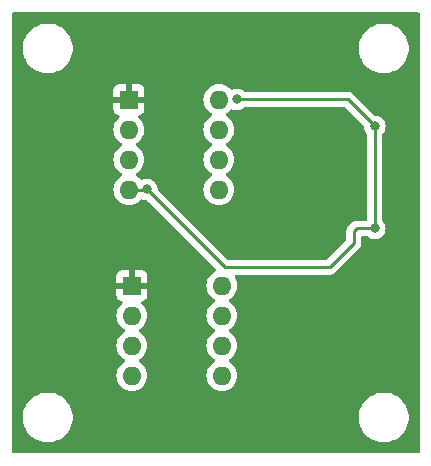
<source format=gbr>
%TF.GenerationSoftware,KiCad,Pcbnew,(6.0.1)*%
%TF.CreationDate,2022-06-16T19:17:59+05:45*%
%TF.ProjectId,Traffic Lights_555 timer,54726166-6669-4632-904c-69676874735f,rev?*%
%TF.SameCoordinates,Original*%
%TF.FileFunction,Copper,L2,Bot*%
%TF.FilePolarity,Positive*%
%FSLAX46Y46*%
G04 Gerber Fmt 4.6, Leading zero omitted, Abs format (unit mm)*
G04 Created by KiCad (PCBNEW (6.0.1)) date 2022-06-16 19:17:59*
%MOMM*%
%LPD*%
G01*
G04 APERTURE LIST*
%TA.AperFunction,ComponentPad*%
%ADD10R,1.600000X1.600000*%
%TD*%
%TA.AperFunction,ComponentPad*%
%ADD11O,1.600000X1.600000*%
%TD*%
%TA.AperFunction,ViaPad*%
%ADD12C,0.800000*%
%TD*%
%TA.AperFunction,Conductor*%
%ADD13C,0.250000*%
%TD*%
G04 APERTURE END LIST*
D10*
%TO.P,U2,1,GND*%
%TO.N,GND*%
X25918000Y-38872000D03*
D11*
%TO.P,U2,2,TR*%
%TO.N,Net-(C2-Pad2)*%
X25918000Y-41412000D03*
%TO.P,U2,3,Q*%
%TO.N,GREEN*%
X25918000Y-43952000D03*
%TO.P,U2,4,R*%
%TO.N,VCC*%
X25918000Y-46492000D03*
%TO.P,U2,5,CV*%
%TO.N,unconnected-(U2-Pad5)*%
X33538000Y-46492000D03*
%TO.P,U2,6,THR*%
%TO.N,Net-(C2-Pad2)*%
X33538000Y-43952000D03*
%TO.P,U2,7,DIS*%
%TO.N,YELLOW*%
X33538000Y-41412000D03*
%TO.P,U2,8,VCC*%
%TO.N,RED*%
X33538000Y-38872000D03*
%TD*%
D10*
%TO.P,U1,1,GND*%
%TO.N,GND*%
X25664000Y-23124000D03*
D11*
%TO.P,U1,2,TR*%
%TO.N,Net-(C1-Pad1)*%
X25664000Y-25664000D03*
%TO.P,U1,3,Q*%
%TO.N,RED*%
X25664000Y-28204000D03*
%TO.P,U1,4,R*%
%TO.N,VCC*%
X25664000Y-30744000D03*
%TO.P,U1,5,CV*%
%TO.N,unconnected-(U1-Pad5)*%
X33284000Y-30744000D03*
%TO.P,U1,6,THR*%
%TO.N,Net-(C1-Pad1)*%
X33284000Y-28204000D03*
%TO.P,U1,7,DIS*%
%TO.N,unconnected-(U1-Pad7)*%
X33284000Y-25664000D03*
%TO.P,U1,8,VCC*%
%TO.N,VCC*%
X33284000Y-23124000D03*
%TD*%
D12*
%TO.N,VCC*%
X27178000Y-30734000D03*
X46482000Y-34036000D03*
X46482000Y-25400000D03*
X34798000Y-23114000D03*
%TO.N,GND*%
X23876000Y-22098000D03*
X25908000Y-36322000D03*
X25908000Y-37338000D03*
X46482000Y-42672000D03*
%TD*%
D13*
%TO.N,VCC*%
X44958000Y-34036000D02*
X46482000Y-34036000D01*
X44704000Y-34290000D02*
X44958000Y-34036000D01*
X44704000Y-35306000D02*
X44704000Y-34290000D01*
X33782000Y-37338000D02*
X42672000Y-37338000D01*
X42672000Y-37338000D02*
X44704000Y-35306000D01*
X27178000Y-30734000D02*
X33782000Y-37338000D01*
X27168000Y-30744000D02*
X27178000Y-30734000D01*
X25664000Y-30744000D02*
X27168000Y-30744000D01*
X44196000Y-23114000D02*
X34798000Y-23114000D01*
X46482000Y-25400000D02*
X44196000Y-23114000D01*
X46482000Y-25400000D02*
X46482000Y-34036000D01*
%TD*%
%TA.AperFunction,Conductor*%
%TO.N,GND*%
G36*
X50234121Y-15768002D02*
G01*
X50280614Y-15821658D01*
X50292000Y-15874000D01*
X50292000Y-52960000D01*
X50271998Y-53028121D01*
X50218342Y-53074614D01*
X50166000Y-53086000D01*
X15874000Y-53086000D01*
X15805879Y-53065998D01*
X15759386Y-53012342D01*
X15748000Y-52960000D01*
X15748000Y-50170703D01*
X16686743Y-50170703D01*
X16724268Y-50455734D01*
X16800129Y-50733036D01*
X16912923Y-50997476D01*
X17060561Y-51244161D01*
X17240313Y-51468528D01*
X17448851Y-51666423D01*
X17682317Y-51834186D01*
X17686112Y-51836195D01*
X17686113Y-51836196D01*
X17707869Y-51847715D01*
X17936392Y-51968712D01*
X18206373Y-52067511D01*
X18487264Y-52128755D01*
X18515841Y-52131004D01*
X18710282Y-52146307D01*
X18710291Y-52146307D01*
X18712739Y-52146500D01*
X18868271Y-52146500D01*
X18870407Y-52146354D01*
X18870418Y-52146354D01*
X19078548Y-52132165D01*
X19078554Y-52132164D01*
X19082825Y-52131873D01*
X19087020Y-52131004D01*
X19087022Y-52131004D01*
X19223583Y-52102724D01*
X19364342Y-52073574D01*
X19635343Y-51977607D01*
X19890812Y-51845750D01*
X19894313Y-51843289D01*
X19894317Y-51843287D01*
X20008417Y-51763096D01*
X20126023Y-51680441D01*
X20336622Y-51484740D01*
X20518713Y-51262268D01*
X20668927Y-51017142D01*
X20784483Y-50753898D01*
X20863244Y-50477406D01*
X20903751Y-50192784D01*
X20903845Y-50174951D01*
X20903867Y-50170703D01*
X45134743Y-50170703D01*
X45172268Y-50455734D01*
X45248129Y-50733036D01*
X45360923Y-50997476D01*
X45508561Y-51244161D01*
X45688313Y-51468528D01*
X45896851Y-51666423D01*
X46130317Y-51834186D01*
X46134112Y-51836195D01*
X46134113Y-51836196D01*
X46155869Y-51847715D01*
X46384392Y-51968712D01*
X46654373Y-52067511D01*
X46935264Y-52128755D01*
X46963841Y-52131004D01*
X47158282Y-52146307D01*
X47158291Y-52146307D01*
X47160739Y-52146500D01*
X47316271Y-52146500D01*
X47318407Y-52146354D01*
X47318418Y-52146354D01*
X47526548Y-52132165D01*
X47526554Y-52132164D01*
X47530825Y-52131873D01*
X47535020Y-52131004D01*
X47535022Y-52131004D01*
X47671583Y-52102724D01*
X47812342Y-52073574D01*
X48083343Y-51977607D01*
X48338812Y-51845750D01*
X48342313Y-51843289D01*
X48342317Y-51843287D01*
X48456417Y-51763096D01*
X48574023Y-51680441D01*
X48784622Y-51484740D01*
X48966713Y-51262268D01*
X49116927Y-51017142D01*
X49232483Y-50753898D01*
X49311244Y-50477406D01*
X49351751Y-50192784D01*
X49351845Y-50174951D01*
X49353235Y-49909583D01*
X49353235Y-49909576D01*
X49353257Y-49905297D01*
X49315732Y-49620266D01*
X49239871Y-49342964D01*
X49127077Y-49078524D01*
X48979439Y-48831839D01*
X48799687Y-48607472D01*
X48591149Y-48409577D01*
X48357683Y-48241814D01*
X48335843Y-48230250D01*
X48312654Y-48217972D01*
X48103608Y-48107288D01*
X47833627Y-48008489D01*
X47552736Y-47947245D01*
X47521685Y-47944801D01*
X47329718Y-47929693D01*
X47329709Y-47929693D01*
X47327261Y-47929500D01*
X47171729Y-47929500D01*
X47169593Y-47929646D01*
X47169582Y-47929646D01*
X46961452Y-47943835D01*
X46961446Y-47943836D01*
X46957175Y-47944127D01*
X46952980Y-47944996D01*
X46952978Y-47944996D01*
X46816416Y-47973277D01*
X46675658Y-48002426D01*
X46404657Y-48098393D01*
X46149188Y-48230250D01*
X46145687Y-48232711D01*
X46145683Y-48232713D01*
X46135594Y-48239804D01*
X45913977Y-48395559D01*
X45703378Y-48591260D01*
X45521287Y-48813732D01*
X45371073Y-49058858D01*
X45255517Y-49322102D01*
X45176756Y-49598594D01*
X45136249Y-49883216D01*
X45136227Y-49887505D01*
X45136226Y-49887512D01*
X45134765Y-50166417D01*
X45134743Y-50170703D01*
X20903867Y-50170703D01*
X20905235Y-49909583D01*
X20905235Y-49909576D01*
X20905257Y-49905297D01*
X20867732Y-49620266D01*
X20791871Y-49342964D01*
X20679077Y-49078524D01*
X20531439Y-48831839D01*
X20351687Y-48607472D01*
X20143149Y-48409577D01*
X19909683Y-48241814D01*
X19887843Y-48230250D01*
X19864654Y-48217972D01*
X19655608Y-48107288D01*
X19385627Y-48008489D01*
X19104736Y-47947245D01*
X19073685Y-47944801D01*
X18881718Y-47929693D01*
X18881709Y-47929693D01*
X18879261Y-47929500D01*
X18723729Y-47929500D01*
X18721593Y-47929646D01*
X18721582Y-47929646D01*
X18513452Y-47943835D01*
X18513446Y-47943836D01*
X18509175Y-47944127D01*
X18504980Y-47944996D01*
X18504978Y-47944996D01*
X18368417Y-47973276D01*
X18227658Y-48002426D01*
X17956657Y-48098393D01*
X17701188Y-48230250D01*
X17697687Y-48232711D01*
X17697683Y-48232713D01*
X17687594Y-48239804D01*
X17465977Y-48395559D01*
X17255378Y-48591260D01*
X17073287Y-48813732D01*
X16923073Y-49058858D01*
X16807517Y-49322102D01*
X16728756Y-49598594D01*
X16688249Y-49883216D01*
X16688227Y-49887505D01*
X16688226Y-49887512D01*
X16686765Y-50166417D01*
X16686743Y-50170703D01*
X15748000Y-50170703D01*
X15748000Y-46492000D01*
X24604502Y-46492000D01*
X24624457Y-46720087D01*
X24683716Y-46941243D01*
X24686039Y-46946224D01*
X24686039Y-46946225D01*
X24778151Y-47143762D01*
X24778154Y-47143767D01*
X24780477Y-47148749D01*
X24911802Y-47336300D01*
X25073700Y-47498198D01*
X25078208Y-47501355D01*
X25078211Y-47501357D01*
X25156389Y-47556098D01*
X25261251Y-47629523D01*
X25266233Y-47631846D01*
X25266238Y-47631849D01*
X25463775Y-47723961D01*
X25468757Y-47726284D01*
X25474065Y-47727706D01*
X25474067Y-47727707D01*
X25684598Y-47784119D01*
X25684600Y-47784119D01*
X25689913Y-47785543D01*
X25918000Y-47805498D01*
X26146087Y-47785543D01*
X26151400Y-47784119D01*
X26151402Y-47784119D01*
X26361933Y-47727707D01*
X26361935Y-47727706D01*
X26367243Y-47726284D01*
X26372225Y-47723961D01*
X26569762Y-47631849D01*
X26569767Y-47631846D01*
X26574749Y-47629523D01*
X26679611Y-47556098D01*
X26757789Y-47501357D01*
X26757792Y-47501355D01*
X26762300Y-47498198D01*
X26924198Y-47336300D01*
X27055523Y-47148749D01*
X27057846Y-47143767D01*
X27057849Y-47143762D01*
X27149961Y-46946225D01*
X27149961Y-46946224D01*
X27152284Y-46941243D01*
X27211543Y-46720087D01*
X27231498Y-46492000D01*
X27211543Y-46263913D01*
X27152284Y-46042757D01*
X27149961Y-46037775D01*
X27057849Y-45840238D01*
X27057846Y-45840233D01*
X27055523Y-45835251D01*
X26924198Y-45647700D01*
X26762300Y-45485802D01*
X26757792Y-45482645D01*
X26757789Y-45482643D01*
X26679611Y-45427902D01*
X26574749Y-45354477D01*
X26569767Y-45352154D01*
X26569762Y-45352151D01*
X26535543Y-45336195D01*
X26482258Y-45289278D01*
X26462797Y-45221001D01*
X26483339Y-45153041D01*
X26535543Y-45107805D01*
X26569762Y-45091849D01*
X26569767Y-45091846D01*
X26574749Y-45089523D01*
X26679611Y-45016098D01*
X26757789Y-44961357D01*
X26757792Y-44961355D01*
X26762300Y-44958198D01*
X26924198Y-44796300D01*
X27055523Y-44608749D01*
X27057846Y-44603767D01*
X27057849Y-44603762D01*
X27149961Y-44406225D01*
X27149961Y-44406224D01*
X27152284Y-44401243D01*
X27211543Y-44180087D01*
X27231498Y-43952000D01*
X27211543Y-43723913D01*
X27152284Y-43502757D01*
X27149961Y-43497775D01*
X27057849Y-43300238D01*
X27057846Y-43300233D01*
X27055523Y-43295251D01*
X26924198Y-43107700D01*
X26762300Y-42945802D01*
X26757792Y-42942645D01*
X26757789Y-42942643D01*
X26679611Y-42887902D01*
X26574749Y-42814477D01*
X26569767Y-42812154D01*
X26569762Y-42812151D01*
X26535543Y-42796195D01*
X26482258Y-42749278D01*
X26462797Y-42681001D01*
X26483339Y-42613041D01*
X26535543Y-42567805D01*
X26569762Y-42551849D01*
X26569767Y-42551846D01*
X26574749Y-42549523D01*
X26679611Y-42476098D01*
X26757789Y-42421357D01*
X26757792Y-42421355D01*
X26762300Y-42418198D01*
X26924198Y-42256300D01*
X27055523Y-42068749D01*
X27057846Y-42063767D01*
X27057849Y-42063762D01*
X27149961Y-41866225D01*
X27149961Y-41866224D01*
X27152284Y-41861243D01*
X27211543Y-41640087D01*
X27231498Y-41412000D01*
X27211543Y-41183913D01*
X27152284Y-40962757D01*
X27149961Y-40957775D01*
X27057849Y-40760238D01*
X27057846Y-40760233D01*
X27055523Y-40755251D01*
X26924198Y-40567700D01*
X26762300Y-40405802D01*
X26757789Y-40402643D01*
X26753576Y-40399108D01*
X26754388Y-40398140D01*
X26713910Y-40347506D01*
X26706596Y-40276887D01*
X26738624Y-40213524D01*
X26799823Y-40177536D01*
X26816901Y-40174480D01*
X26820352Y-40174105D01*
X26835604Y-40170479D01*
X26956054Y-40125324D01*
X26971649Y-40116786D01*
X27073724Y-40040285D01*
X27086285Y-40027724D01*
X27162786Y-39925649D01*
X27171324Y-39910054D01*
X27216478Y-39789606D01*
X27220105Y-39774351D01*
X27225631Y-39723486D01*
X27226000Y-39716672D01*
X27226000Y-39144115D01*
X27221525Y-39128876D01*
X27220135Y-39127671D01*
X27212452Y-39126000D01*
X24628116Y-39126000D01*
X24612877Y-39130475D01*
X24611672Y-39131865D01*
X24610001Y-39139548D01*
X24610001Y-39716669D01*
X24610371Y-39723490D01*
X24615895Y-39774352D01*
X24619521Y-39789604D01*
X24664676Y-39910054D01*
X24673214Y-39925649D01*
X24749715Y-40027724D01*
X24762276Y-40040285D01*
X24864351Y-40116786D01*
X24879946Y-40125324D01*
X25000394Y-40170478D01*
X25015643Y-40174104D01*
X25019096Y-40174479D01*
X25021606Y-40175522D01*
X25023331Y-40175932D01*
X25023265Y-40176211D01*
X25084659Y-40201719D01*
X25125088Y-40260080D01*
X25127546Y-40331034D01*
X25091253Y-40392054D01*
X25079760Y-40401344D01*
X25078214Y-40402641D01*
X25073700Y-40405802D01*
X24911802Y-40567700D01*
X24780477Y-40755251D01*
X24778154Y-40760233D01*
X24778151Y-40760238D01*
X24686039Y-40957775D01*
X24683716Y-40962757D01*
X24624457Y-41183913D01*
X24604502Y-41412000D01*
X24624457Y-41640087D01*
X24683716Y-41861243D01*
X24686039Y-41866224D01*
X24686039Y-41866225D01*
X24778151Y-42063762D01*
X24778154Y-42063767D01*
X24780477Y-42068749D01*
X24911802Y-42256300D01*
X25073700Y-42418198D01*
X25078208Y-42421355D01*
X25078211Y-42421357D01*
X25156389Y-42476098D01*
X25261251Y-42549523D01*
X25266233Y-42551846D01*
X25266238Y-42551849D01*
X25300457Y-42567805D01*
X25353742Y-42614722D01*
X25373203Y-42682999D01*
X25352661Y-42750959D01*
X25300457Y-42796195D01*
X25266238Y-42812151D01*
X25266233Y-42812154D01*
X25261251Y-42814477D01*
X25156389Y-42887902D01*
X25078211Y-42942643D01*
X25078208Y-42942645D01*
X25073700Y-42945802D01*
X24911802Y-43107700D01*
X24780477Y-43295251D01*
X24778154Y-43300233D01*
X24778151Y-43300238D01*
X24686039Y-43497775D01*
X24683716Y-43502757D01*
X24624457Y-43723913D01*
X24604502Y-43952000D01*
X24624457Y-44180087D01*
X24683716Y-44401243D01*
X24686039Y-44406224D01*
X24686039Y-44406225D01*
X24778151Y-44603762D01*
X24778154Y-44603767D01*
X24780477Y-44608749D01*
X24911802Y-44796300D01*
X25073700Y-44958198D01*
X25078208Y-44961355D01*
X25078211Y-44961357D01*
X25156389Y-45016098D01*
X25261251Y-45089523D01*
X25266233Y-45091846D01*
X25266238Y-45091849D01*
X25300457Y-45107805D01*
X25353742Y-45154722D01*
X25373203Y-45222999D01*
X25352661Y-45290959D01*
X25300457Y-45336195D01*
X25266238Y-45352151D01*
X25266233Y-45352154D01*
X25261251Y-45354477D01*
X25156389Y-45427902D01*
X25078211Y-45482643D01*
X25078208Y-45482645D01*
X25073700Y-45485802D01*
X24911802Y-45647700D01*
X24780477Y-45835251D01*
X24778154Y-45840233D01*
X24778151Y-45840238D01*
X24686039Y-46037775D01*
X24683716Y-46042757D01*
X24624457Y-46263913D01*
X24604502Y-46492000D01*
X15748000Y-46492000D01*
X15748000Y-38599885D01*
X24610000Y-38599885D01*
X24614475Y-38615124D01*
X24615865Y-38616329D01*
X24623548Y-38618000D01*
X25645885Y-38618000D01*
X25661124Y-38613525D01*
X25662329Y-38612135D01*
X25664000Y-38604452D01*
X25664000Y-38599885D01*
X26172000Y-38599885D01*
X26176475Y-38615124D01*
X26177865Y-38616329D01*
X26185548Y-38618000D01*
X27207884Y-38618000D01*
X27223123Y-38613525D01*
X27224328Y-38612135D01*
X27225999Y-38604452D01*
X27225999Y-38027331D01*
X27225629Y-38020510D01*
X27220105Y-37969648D01*
X27216479Y-37954396D01*
X27171324Y-37833946D01*
X27162786Y-37818351D01*
X27086285Y-37716276D01*
X27073724Y-37703715D01*
X26971649Y-37627214D01*
X26956054Y-37618676D01*
X26835606Y-37573522D01*
X26820351Y-37569895D01*
X26769486Y-37564369D01*
X26762672Y-37564000D01*
X26190115Y-37564000D01*
X26174876Y-37568475D01*
X26173671Y-37569865D01*
X26172000Y-37577548D01*
X26172000Y-38599885D01*
X25664000Y-38599885D01*
X25664000Y-37582116D01*
X25659525Y-37566877D01*
X25658135Y-37565672D01*
X25650452Y-37564001D01*
X25073331Y-37564001D01*
X25066510Y-37564371D01*
X25015648Y-37569895D01*
X25000396Y-37573521D01*
X24879946Y-37618676D01*
X24864351Y-37627214D01*
X24762276Y-37703715D01*
X24749715Y-37716276D01*
X24673214Y-37818351D01*
X24664676Y-37833946D01*
X24619522Y-37954394D01*
X24615895Y-37969649D01*
X24610369Y-38020514D01*
X24610000Y-38027328D01*
X24610000Y-38599885D01*
X15748000Y-38599885D01*
X15748000Y-30744000D01*
X24350502Y-30744000D01*
X24370457Y-30972087D01*
X24429716Y-31193243D01*
X24432039Y-31198224D01*
X24432039Y-31198225D01*
X24524151Y-31395762D01*
X24524154Y-31395767D01*
X24526477Y-31400749D01*
X24657802Y-31588300D01*
X24819700Y-31750198D01*
X24824208Y-31753355D01*
X24824211Y-31753357D01*
X24902389Y-31808098D01*
X25007251Y-31881523D01*
X25012233Y-31883846D01*
X25012238Y-31883849D01*
X25209775Y-31975961D01*
X25214757Y-31978284D01*
X25220065Y-31979706D01*
X25220067Y-31979707D01*
X25430598Y-32036119D01*
X25430600Y-32036119D01*
X25435913Y-32037543D01*
X25664000Y-32057498D01*
X25892087Y-32037543D01*
X25897400Y-32036119D01*
X25897402Y-32036119D01*
X26107933Y-31979707D01*
X26107935Y-31979706D01*
X26113243Y-31978284D01*
X26118225Y-31975961D01*
X26315762Y-31883849D01*
X26315767Y-31883846D01*
X26320749Y-31881523D01*
X26425611Y-31808098D01*
X26503789Y-31753357D01*
X26503792Y-31753355D01*
X26508300Y-31750198D01*
X26668409Y-31590089D01*
X26730721Y-31556063D01*
X26801536Y-31561128D01*
X26808738Y-31564071D01*
X26895712Y-31602794D01*
X26989113Y-31622647D01*
X27076056Y-31641128D01*
X27076061Y-31641128D01*
X27082513Y-31642500D01*
X27138406Y-31642500D01*
X27206527Y-31662502D01*
X27227501Y-31679405D01*
X33027705Y-37479609D01*
X33061731Y-37541921D01*
X33056666Y-37612736D01*
X33014119Y-37669572D01*
X32991860Y-37682899D01*
X32886238Y-37732151D01*
X32886233Y-37732154D01*
X32881251Y-37734477D01*
X32782716Y-37803472D01*
X32698211Y-37862643D01*
X32698208Y-37862645D01*
X32693700Y-37865802D01*
X32531802Y-38027700D01*
X32400477Y-38215251D01*
X32398154Y-38220233D01*
X32398151Y-38220238D01*
X32306039Y-38417775D01*
X32303716Y-38422757D01*
X32302294Y-38428065D01*
X32302293Y-38428067D01*
X32252972Y-38612135D01*
X32244457Y-38643913D01*
X32224502Y-38872000D01*
X32244457Y-39100087D01*
X32245881Y-39105400D01*
X32245881Y-39105402D01*
X32255031Y-39139548D01*
X32303716Y-39321243D01*
X32306039Y-39326224D01*
X32306039Y-39326225D01*
X32398151Y-39523762D01*
X32398154Y-39523767D01*
X32400477Y-39528749D01*
X32531802Y-39716300D01*
X32693700Y-39878198D01*
X32698208Y-39881355D01*
X32698211Y-39881357D01*
X32739195Y-39910054D01*
X32881251Y-40009523D01*
X32886233Y-40011846D01*
X32886238Y-40011849D01*
X32920457Y-40027805D01*
X32973742Y-40074722D01*
X32993203Y-40142999D01*
X32972661Y-40210959D01*
X32920457Y-40256195D01*
X32886238Y-40272151D01*
X32886233Y-40272154D01*
X32881251Y-40274477D01*
X32776955Y-40347506D01*
X32698211Y-40402643D01*
X32698208Y-40402645D01*
X32693700Y-40405802D01*
X32531802Y-40567700D01*
X32400477Y-40755251D01*
X32398154Y-40760233D01*
X32398151Y-40760238D01*
X32306039Y-40957775D01*
X32303716Y-40962757D01*
X32244457Y-41183913D01*
X32224502Y-41412000D01*
X32244457Y-41640087D01*
X32303716Y-41861243D01*
X32306039Y-41866224D01*
X32306039Y-41866225D01*
X32398151Y-42063762D01*
X32398154Y-42063767D01*
X32400477Y-42068749D01*
X32531802Y-42256300D01*
X32693700Y-42418198D01*
X32698208Y-42421355D01*
X32698211Y-42421357D01*
X32776389Y-42476098D01*
X32881251Y-42549523D01*
X32886233Y-42551846D01*
X32886238Y-42551849D01*
X32920457Y-42567805D01*
X32973742Y-42614722D01*
X32993203Y-42682999D01*
X32972661Y-42750959D01*
X32920457Y-42796195D01*
X32886238Y-42812151D01*
X32886233Y-42812154D01*
X32881251Y-42814477D01*
X32776389Y-42887902D01*
X32698211Y-42942643D01*
X32698208Y-42942645D01*
X32693700Y-42945802D01*
X32531802Y-43107700D01*
X32400477Y-43295251D01*
X32398154Y-43300233D01*
X32398151Y-43300238D01*
X32306039Y-43497775D01*
X32303716Y-43502757D01*
X32244457Y-43723913D01*
X32224502Y-43952000D01*
X32244457Y-44180087D01*
X32303716Y-44401243D01*
X32306039Y-44406224D01*
X32306039Y-44406225D01*
X32398151Y-44603762D01*
X32398154Y-44603767D01*
X32400477Y-44608749D01*
X32531802Y-44796300D01*
X32693700Y-44958198D01*
X32698208Y-44961355D01*
X32698211Y-44961357D01*
X32776389Y-45016098D01*
X32881251Y-45089523D01*
X32886233Y-45091846D01*
X32886238Y-45091849D01*
X32920457Y-45107805D01*
X32973742Y-45154722D01*
X32993203Y-45222999D01*
X32972661Y-45290959D01*
X32920457Y-45336195D01*
X32886238Y-45352151D01*
X32886233Y-45352154D01*
X32881251Y-45354477D01*
X32776389Y-45427902D01*
X32698211Y-45482643D01*
X32698208Y-45482645D01*
X32693700Y-45485802D01*
X32531802Y-45647700D01*
X32400477Y-45835251D01*
X32398154Y-45840233D01*
X32398151Y-45840238D01*
X32306039Y-46037775D01*
X32303716Y-46042757D01*
X32244457Y-46263913D01*
X32224502Y-46492000D01*
X32244457Y-46720087D01*
X32303716Y-46941243D01*
X32306039Y-46946224D01*
X32306039Y-46946225D01*
X32398151Y-47143762D01*
X32398154Y-47143767D01*
X32400477Y-47148749D01*
X32531802Y-47336300D01*
X32693700Y-47498198D01*
X32698208Y-47501355D01*
X32698211Y-47501357D01*
X32776389Y-47556098D01*
X32881251Y-47629523D01*
X32886233Y-47631846D01*
X32886238Y-47631849D01*
X33083775Y-47723961D01*
X33088757Y-47726284D01*
X33094065Y-47727706D01*
X33094067Y-47727707D01*
X33304598Y-47784119D01*
X33304600Y-47784119D01*
X33309913Y-47785543D01*
X33538000Y-47805498D01*
X33766087Y-47785543D01*
X33771400Y-47784119D01*
X33771402Y-47784119D01*
X33981933Y-47727707D01*
X33981935Y-47727706D01*
X33987243Y-47726284D01*
X33992225Y-47723961D01*
X34189762Y-47631849D01*
X34189767Y-47631846D01*
X34194749Y-47629523D01*
X34299611Y-47556098D01*
X34377789Y-47501357D01*
X34377792Y-47501355D01*
X34382300Y-47498198D01*
X34544198Y-47336300D01*
X34675523Y-47148749D01*
X34677846Y-47143767D01*
X34677849Y-47143762D01*
X34769961Y-46946225D01*
X34769961Y-46946224D01*
X34772284Y-46941243D01*
X34831543Y-46720087D01*
X34851498Y-46492000D01*
X34831543Y-46263913D01*
X34772284Y-46042757D01*
X34769961Y-46037775D01*
X34677849Y-45840238D01*
X34677846Y-45840233D01*
X34675523Y-45835251D01*
X34544198Y-45647700D01*
X34382300Y-45485802D01*
X34377792Y-45482645D01*
X34377789Y-45482643D01*
X34299611Y-45427902D01*
X34194749Y-45354477D01*
X34189767Y-45352154D01*
X34189762Y-45352151D01*
X34155543Y-45336195D01*
X34102258Y-45289278D01*
X34082797Y-45221001D01*
X34103339Y-45153041D01*
X34155543Y-45107805D01*
X34189762Y-45091849D01*
X34189767Y-45091846D01*
X34194749Y-45089523D01*
X34299611Y-45016098D01*
X34377789Y-44961357D01*
X34377792Y-44961355D01*
X34382300Y-44958198D01*
X34544198Y-44796300D01*
X34675523Y-44608749D01*
X34677846Y-44603767D01*
X34677849Y-44603762D01*
X34769961Y-44406225D01*
X34769961Y-44406224D01*
X34772284Y-44401243D01*
X34831543Y-44180087D01*
X34851498Y-43952000D01*
X34831543Y-43723913D01*
X34772284Y-43502757D01*
X34769961Y-43497775D01*
X34677849Y-43300238D01*
X34677846Y-43300233D01*
X34675523Y-43295251D01*
X34544198Y-43107700D01*
X34382300Y-42945802D01*
X34377792Y-42942645D01*
X34377789Y-42942643D01*
X34299611Y-42887902D01*
X34194749Y-42814477D01*
X34189767Y-42812154D01*
X34189762Y-42812151D01*
X34155543Y-42796195D01*
X34102258Y-42749278D01*
X34082797Y-42681001D01*
X34103339Y-42613041D01*
X34155543Y-42567805D01*
X34189762Y-42551849D01*
X34189767Y-42551846D01*
X34194749Y-42549523D01*
X34299611Y-42476098D01*
X34377789Y-42421357D01*
X34377792Y-42421355D01*
X34382300Y-42418198D01*
X34544198Y-42256300D01*
X34675523Y-42068749D01*
X34677846Y-42063767D01*
X34677849Y-42063762D01*
X34769961Y-41866225D01*
X34769961Y-41866224D01*
X34772284Y-41861243D01*
X34831543Y-41640087D01*
X34851498Y-41412000D01*
X34831543Y-41183913D01*
X34772284Y-40962757D01*
X34769961Y-40957775D01*
X34677849Y-40760238D01*
X34677846Y-40760233D01*
X34675523Y-40755251D01*
X34544198Y-40567700D01*
X34382300Y-40405802D01*
X34377792Y-40402645D01*
X34377789Y-40402643D01*
X34299045Y-40347506D01*
X34194749Y-40274477D01*
X34189767Y-40272154D01*
X34189762Y-40272151D01*
X34155543Y-40256195D01*
X34102258Y-40209278D01*
X34082797Y-40141001D01*
X34103339Y-40073041D01*
X34155543Y-40027805D01*
X34189762Y-40011849D01*
X34189767Y-40011846D01*
X34194749Y-40009523D01*
X34336805Y-39910054D01*
X34377789Y-39881357D01*
X34377792Y-39881355D01*
X34382300Y-39878198D01*
X34544198Y-39716300D01*
X34675523Y-39528749D01*
X34677846Y-39523767D01*
X34677849Y-39523762D01*
X34769961Y-39326225D01*
X34769961Y-39326224D01*
X34772284Y-39321243D01*
X34820970Y-39139548D01*
X34830119Y-39105402D01*
X34830119Y-39105400D01*
X34831543Y-39100087D01*
X34851498Y-38872000D01*
X34831543Y-38643913D01*
X34823028Y-38612135D01*
X34773707Y-38428067D01*
X34773706Y-38428065D01*
X34772284Y-38422757D01*
X34769961Y-38417775D01*
X34677849Y-38220238D01*
X34677846Y-38220233D01*
X34675523Y-38215251D01*
X34643677Y-38169770D01*
X34620989Y-38102498D01*
X34638273Y-38033637D01*
X34690043Y-37985053D01*
X34746890Y-37971500D01*
X42593233Y-37971500D01*
X42604416Y-37972027D01*
X42611909Y-37973702D01*
X42619835Y-37973453D01*
X42619836Y-37973453D01*
X42679986Y-37971562D01*
X42683945Y-37971500D01*
X42711856Y-37971500D01*
X42715791Y-37971003D01*
X42715856Y-37970995D01*
X42727693Y-37970062D01*
X42759951Y-37969048D01*
X42763970Y-37968922D01*
X42771889Y-37968673D01*
X42791343Y-37963021D01*
X42810700Y-37959013D01*
X42822930Y-37957468D01*
X42822931Y-37957468D01*
X42830797Y-37956474D01*
X42838168Y-37953555D01*
X42838170Y-37953555D01*
X42871912Y-37940196D01*
X42883142Y-37936351D01*
X42917983Y-37926229D01*
X42917984Y-37926229D01*
X42925593Y-37924018D01*
X42932412Y-37919985D01*
X42932417Y-37919983D01*
X42943028Y-37913707D01*
X42960776Y-37905012D01*
X42979617Y-37897552D01*
X43015387Y-37871564D01*
X43025307Y-37865048D01*
X43056535Y-37846580D01*
X43056538Y-37846578D01*
X43063362Y-37842542D01*
X43077683Y-37828221D01*
X43092717Y-37815380D01*
X43102694Y-37808131D01*
X43109107Y-37803472D01*
X43137298Y-37769395D01*
X43145288Y-37760616D01*
X45096253Y-35809652D01*
X45104539Y-35802112D01*
X45111018Y-35798000D01*
X45157644Y-35748348D01*
X45160398Y-35745507D01*
X45180135Y-35725770D01*
X45182615Y-35722573D01*
X45190320Y-35713551D01*
X45215159Y-35687100D01*
X45220586Y-35681321D01*
X45224405Y-35674375D01*
X45224407Y-35674372D01*
X45230348Y-35663566D01*
X45241199Y-35647047D01*
X45248758Y-35637301D01*
X45253614Y-35631041D01*
X45256759Y-35623772D01*
X45256762Y-35623768D01*
X45271174Y-35590463D01*
X45276391Y-35579813D01*
X45297695Y-35541060D01*
X45302733Y-35521437D01*
X45309137Y-35502734D01*
X45314033Y-35491420D01*
X45314033Y-35491419D01*
X45317181Y-35484145D01*
X45318420Y-35476322D01*
X45318423Y-35476312D01*
X45324099Y-35440476D01*
X45326505Y-35428856D01*
X45335528Y-35393711D01*
X45335528Y-35393710D01*
X45337500Y-35386030D01*
X45337500Y-35365776D01*
X45339051Y-35346065D01*
X45340980Y-35333886D01*
X45342220Y-35326057D01*
X45338059Y-35282038D01*
X45337500Y-35270181D01*
X45337500Y-34795500D01*
X45357502Y-34727379D01*
X45411158Y-34680886D01*
X45463500Y-34669500D01*
X45773800Y-34669500D01*
X45841921Y-34689502D01*
X45861147Y-34705843D01*
X45861420Y-34705540D01*
X45866332Y-34709963D01*
X45870747Y-34714866D01*
X46025248Y-34827118D01*
X46031276Y-34829802D01*
X46031278Y-34829803D01*
X46193681Y-34902109D01*
X46199712Y-34904794D01*
X46293112Y-34924647D01*
X46380056Y-34943128D01*
X46380061Y-34943128D01*
X46386513Y-34944500D01*
X46577487Y-34944500D01*
X46583939Y-34943128D01*
X46583944Y-34943128D01*
X46670888Y-34924647D01*
X46764288Y-34904794D01*
X46770319Y-34902109D01*
X46932722Y-34829803D01*
X46932724Y-34829802D01*
X46938752Y-34827118D01*
X47093253Y-34714866D01*
X47221040Y-34572944D01*
X47316527Y-34407556D01*
X47375542Y-34225928D01*
X47381721Y-34167144D01*
X47394814Y-34042565D01*
X47395504Y-34036000D01*
X47388037Y-33964959D01*
X47376232Y-33852635D01*
X47376232Y-33852633D01*
X47375542Y-33846072D01*
X47316527Y-33664444D01*
X47221040Y-33499056D01*
X47147863Y-33417785D01*
X47117147Y-33353779D01*
X47115500Y-33333476D01*
X47115500Y-26102524D01*
X47135502Y-26034403D01*
X47147858Y-26018221D01*
X47221040Y-25936944D01*
X47316527Y-25771556D01*
X47375542Y-25589928D01*
X47391154Y-25441393D01*
X47394814Y-25406565D01*
X47395504Y-25400000D01*
X47375542Y-25210072D01*
X47316527Y-25028444D01*
X47307171Y-25012238D01*
X47224341Y-24868774D01*
X47221040Y-24863056D01*
X47093253Y-24721134D01*
X46938752Y-24608882D01*
X46932724Y-24606198D01*
X46932722Y-24606197D01*
X46770319Y-24533891D01*
X46770318Y-24533891D01*
X46764288Y-24531206D01*
X46670887Y-24511353D01*
X46583944Y-24492872D01*
X46583939Y-24492872D01*
X46577487Y-24491500D01*
X46521595Y-24491500D01*
X46453474Y-24471498D01*
X46432500Y-24454595D01*
X44699652Y-22721747D01*
X44692112Y-22713461D01*
X44688000Y-22706982D01*
X44638348Y-22660356D01*
X44635507Y-22657602D01*
X44615770Y-22637865D01*
X44612573Y-22635385D01*
X44603551Y-22627680D01*
X44577100Y-22602841D01*
X44571321Y-22597414D01*
X44564375Y-22593595D01*
X44564372Y-22593593D01*
X44553566Y-22587652D01*
X44537047Y-22576801D01*
X44536583Y-22576441D01*
X44521041Y-22564386D01*
X44513772Y-22561241D01*
X44513768Y-22561238D01*
X44480463Y-22546826D01*
X44469813Y-22541609D01*
X44431060Y-22520305D01*
X44411437Y-22515267D01*
X44392734Y-22508863D01*
X44381420Y-22503967D01*
X44381419Y-22503967D01*
X44374145Y-22500819D01*
X44366322Y-22499580D01*
X44366312Y-22499577D01*
X44330476Y-22493901D01*
X44318856Y-22491495D01*
X44283711Y-22482472D01*
X44283710Y-22482472D01*
X44276030Y-22480500D01*
X44255776Y-22480500D01*
X44236065Y-22478949D01*
X44223886Y-22477020D01*
X44216057Y-22475780D01*
X44208165Y-22476526D01*
X44172039Y-22479941D01*
X44160181Y-22480500D01*
X35506200Y-22480500D01*
X35438079Y-22460498D01*
X35418853Y-22444157D01*
X35418580Y-22444460D01*
X35413668Y-22440037D01*
X35409253Y-22435134D01*
X35387671Y-22419454D01*
X35260094Y-22326763D01*
X35260093Y-22326762D01*
X35254752Y-22322882D01*
X35248724Y-22320198D01*
X35248722Y-22320197D01*
X35086319Y-22247891D01*
X35086318Y-22247891D01*
X35080288Y-22245206D01*
X34969457Y-22221648D01*
X34899944Y-22206872D01*
X34899939Y-22206872D01*
X34893487Y-22205500D01*
X34702513Y-22205500D01*
X34696061Y-22206872D01*
X34696056Y-22206872D01*
X34626543Y-22221648D01*
X34515712Y-22245206D01*
X34509682Y-22247891D01*
X34509681Y-22247891D01*
X34414914Y-22290084D01*
X34344547Y-22299518D01*
X34280250Y-22269412D01*
X34274570Y-22264072D01*
X34128300Y-22117802D01*
X34123792Y-22114645D01*
X34123789Y-22114643D01*
X34045611Y-22059902D01*
X33940749Y-21986477D01*
X33935767Y-21984154D01*
X33935762Y-21984151D01*
X33738225Y-21892039D01*
X33738224Y-21892039D01*
X33733243Y-21889716D01*
X33727935Y-21888294D01*
X33727933Y-21888293D01*
X33517402Y-21831881D01*
X33517400Y-21831881D01*
X33512087Y-21830457D01*
X33284000Y-21810502D01*
X33055913Y-21830457D01*
X33050600Y-21831881D01*
X33050598Y-21831881D01*
X32840067Y-21888293D01*
X32840065Y-21888294D01*
X32834757Y-21889716D01*
X32829776Y-21892039D01*
X32829775Y-21892039D01*
X32632238Y-21984151D01*
X32632233Y-21984154D01*
X32627251Y-21986477D01*
X32522389Y-22059902D01*
X32444211Y-22114643D01*
X32444208Y-22114645D01*
X32439700Y-22117802D01*
X32277802Y-22279700D01*
X32274645Y-22284208D01*
X32274643Y-22284211D01*
X32244848Y-22326763D01*
X32146477Y-22467251D01*
X32144154Y-22472233D01*
X32144151Y-22472238D01*
X32068072Y-22635392D01*
X32049716Y-22674757D01*
X32048294Y-22680065D01*
X32048293Y-22680067D01*
X31998972Y-22864135D01*
X31990457Y-22895913D01*
X31970502Y-23124000D01*
X31990457Y-23352087D01*
X31991881Y-23357400D01*
X31991881Y-23357402D01*
X32001031Y-23391548D01*
X32049716Y-23573243D01*
X32052039Y-23578224D01*
X32052039Y-23578225D01*
X32144151Y-23775762D01*
X32144154Y-23775767D01*
X32146477Y-23780749D01*
X32277802Y-23968300D01*
X32439700Y-24130198D01*
X32444208Y-24133355D01*
X32444211Y-24133357D01*
X32485195Y-24162054D01*
X32627251Y-24261523D01*
X32632233Y-24263846D01*
X32632238Y-24263849D01*
X32666457Y-24279805D01*
X32719742Y-24326722D01*
X32739203Y-24394999D01*
X32718661Y-24462959D01*
X32666457Y-24508195D01*
X32632238Y-24524151D01*
X32632233Y-24524154D01*
X32627251Y-24526477D01*
X32522955Y-24599506D01*
X32444211Y-24654643D01*
X32444208Y-24654645D01*
X32439700Y-24657802D01*
X32277802Y-24819700D01*
X32146477Y-25007251D01*
X32144154Y-25012233D01*
X32144151Y-25012238D01*
X32054828Y-25203794D01*
X32049716Y-25214757D01*
X32048294Y-25220065D01*
X32048293Y-25220067D01*
X31991881Y-25430598D01*
X31990457Y-25435913D01*
X31970502Y-25664000D01*
X31990457Y-25892087D01*
X31991881Y-25897400D01*
X31991881Y-25897402D01*
X32041404Y-26082221D01*
X32049716Y-26113243D01*
X32052039Y-26118224D01*
X32052039Y-26118225D01*
X32144151Y-26315762D01*
X32144154Y-26315767D01*
X32146477Y-26320749D01*
X32277802Y-26508300D01*
X32439700Y-26670198D01*
X32444208Y-26673355D01*
X32444211Y-26673357D01*
X32522389Y-26728098D01*
X32627251Y-26801523D01*
X32632233Y-26803846D01*
X32632238Y-26803849D01*
X32666457Y-26819805D01*
X32719742Y-26866722D01*
X32739203Y-26934999D01*
X32718661Y-27002959D01*
X32666457Y-27048195D01*
X32632238Y-27064151D01*
X32632233Y-27064154D01*
X32627251Y-27066477D01*
X32522389Y-27139902D01*
X32444211Y-27194643D01*
X32444208Y-27194645D01*
X32439700Y-27197802D01*
X32277802Y-27359700D01*
X32146477Y-27547251D01*
X32144154Y-27552233D01*
X32144151Y-27552238D01*
X32052039Y-27749775D01*
X32049716Y-27754757D01*
X31990457Y-27975913D01*
X31970502Y-28204000D01*
X31990457Y-28432087D01*
X32049716Y-28653243D01*
X32052039Y-28658224D01*
X32052039Y-28658225D01*
X32144151Y-28855762D01*
X32144154Y-28855767D01*
X32146477Y-28860749D01*
X32277802Y-29048300D01*
X32439700Y-29210198D01*
X32444208Y-29213355D01*
X32444211Y-29213357D01*
X32522389Y-29268098D01*
X32627251Y-29341523D01*
X32632233Y-29343846D01*
X32632238Y-29343849D01*
X32666457Y-29359805D01*
X32719742Y-29406722D01*
X32739203Y-29474999D01*
X32718661Y-29542959D01*
X32666457Y-29588195D01*
X32632238Y-29604151D01*
X32632233Y-29604154D01*
X32627251Y-29606477D01*
X32522389Y-29679902D01*
X32444211Y-29734643D01*
X32444208Y-29734645D01*
X32439700Y-29737802D01*
X32277802Y-29899700D01*
X32274645Y-29904208D01*
X32274643Y-29904211D01*
X32244848Y-29946763D01*
X32146477Y-30087251D01*
X32144154Y-30092233D01*
X32144151Y-30092238D01*
X32097563Y-30192148D01*
X32049716Y-30294757D01*
X31990457Y-30515913D01*
X31970502Y-30744000D01*
X31990457Y-30972087D01*
X32049716Y-31193243D01*
X32052039Y-31198224D01*
X32052039Y-31198225D01*
X32144151Y-31395762D01*
X32144154Y-31395767D01*
X32146477Y-31400749D01*
X32277802Y-31588300D01*
X32439700Y-31750198D01*
X32444208Y-31753355D01*
X32444211Y-31753357D01*
X32522389Y-31808098D01*
X32627251Y-31881523D01*
X32632233Y-31883846D01*
X32632238Y-31883849D01*
X32829775Y-31975961D01*
X32834757Y-31978284D01*
X32840065Y-31979706D01*
X32840067Y-31979707D01*
X33050598Y-32036119D01*
X33050600Y-32036119D01*
X33055913Y-32037543D01*
X33284000Y-32057498D01*
X33512087Y-32037543D01*
X33517400Y-32036119D01*
X33517402Y-32036119D01*
X33727933Y-31979707D01*
X33727935Y-31979706D01*
X33733243Y-31978284D01*
X33738225Y-31975961D01*
X33935762Y-31883849D01*
X33935767Y-31883846D01*
X33940749Y-31881523D01*
X34045611Y-31808098D01*
X34123789Y-31753357D01*
X34123792Y-31753355D01*
X34128300Y-31750198D01*
X34290198Y-31588300D01*
X34421523Y-31400749D01*
X34423846Y-31395767D01*
X34423849Y-31395762D01*
X34515961Y-31198225D01*
X34515961Y-31198224D01*
X34518284Y-31193243D01*
X34577543Y-30972087D01*
X34597498Y-30744000D01*
X34577543Y-30515913D01*
X34518284Y-30294757D01*
X34470437Y-30192148D01*
X34423849Y-30092238D01*
X34423846Y-30092233D01*
X34421523Y-30087251D01*
X34323152Y-29946763D01*
X34293357Y-29904211D01*
X34293355Y-29904208D01*
X34290198Y-29899700D01*
X34128300Y-29737802D01*
X34123792Y-29734645D01*
X34123789Y-29734643D01*
X34045611Y-29679902D01*
X33940749Y-29606477D01*
X33935767Y-29604154D01*
X33935762Y-29604151D01*
X33901543Y-29588195D01*
X33848258Y-29541278D01*
X33828797Y-29473001D01*
X33849339Y-29405041D01*
X33901543Y-29359805D01*
X33935762Y-29343849D01*
X33935767Y-29343846D01*
X33940749Y-29341523D01*
X34045611Y-29268098D01*
X34123789Y-29213357D01*
X34123792Y-29213355D01*
X34128300Y-29210198D01*
X34290198Y-29048300D01*
X34421523Y-28860749D01*
X34423846Y-28855767D01*
X34423849Y-28855762D01*
X34515961Y-28658225D01*
X34515961Y-28658224D01*
X34518284Y-28653243D01*
X34577543Y-28432087D01*
X34597498Y-28204000D01*
X34577543Y-27975913D01*
X34518284Y-27754757D01*
X34515961Y-27749775D01*
X34423849Y-27552238D01*
X34423846Y-27552233D01*
X34421523Y-27547251D01*
X34290198Y-27359700D01*
X34128300Y-27197802D01*
X34123792Y-27194645D01*
X34123789Y-27194643D01*
X34045611Y-27139902D01*
X33940749Y-27066477D01*
X33935767Y-27064154D01*
X33935762Y-27064151D01*
X33901543Y-27048195D01*
X33848258Y-27001278D01*
X33828797Y-26933001D01*
X33849339Y-26865041D01*
X33901543Y-26819805D01*
X33935762Y-26803849D01*
X33935767Y-26803846D01*
X33940749Y-26801523D01*
X34045611Y-26728098D01*
X34123789Y-26673357D01*
X34123792Y-26673355D01*
X34128300Y-26670198D01*
X34290198Y-26508300D01*
X34421523Y-26320749D01*
X34423846Y-26315767D01*
X34423849Y-26315762D01*
X34515961Y-26118225D01*
X34515961Y-26118224D01*
X34518284Y-26113243D01*
X34526597Y-26082221D01*
X34576119Y-25897402D01*
X34576119Y-25897400D01*
X34577543Y-25892087D01*
X34597498Y-25664000D01*
X34577543Y-25435913D01*
X34576119Y-25430598D01*
X34519707Y-25220067D01*
X34519706Y-25220065D01*
X34518284Y-25214757D01*
X34513172Y-25203794D01*
X34423849Y-25012238D01*
X34423846Y-25012233D01*
X34421523Y-25007251D01*
X34290198Y-24819700D01*
X34128300Y-24657802D01*
X34123792Y-24654645D01*
X34123789Y-24654643D01*
X34045045Y-24599506D01*
X33940749Y-24526477D01*
X33935767Y-24524154D01*
X33935762Y-24524151D01*
X33901543Y-24508195D01*
X33848258Y-24461278D01*
X33828797Y-24393001D01*
X33849339Y-24325041D01*
X33901543Y-24279805D01*
X33935762Y-24263849D01*
X33935767Y-24263846D01*
X33940749Y-24261523D01*
X34082805Y-24162054D01*
X34123789Y-24133357D01*
X34123792Y-24133355D01*
X34128300Y-24130198D01*
X34288409Y-23970089D01*
X34350721Y-23936063D01*
X34421536Y-23941128D01*
X34428738Y-23944071D01*
X34515712Y-23982794D01*
X34609112Y-24002647D01*
X34696056Y-24021128D01*
X34696061Y-24021128D01*
X34702513Y-24022500D01*
X34893487Y-24022500D01*
X34899939Y-24021128D01*
X34899944Y-24021128D01*
X34986888Y-24002647D01*
X35080288Y-23982794D01*
X35086319Y-23980109D01*
X35248722Y-23907803D01*
X35248724Y-23907802D01*
X35254752Y-23905118D01*
X35409253Y-23792866D01*
X35413668Y-23787963D01*
X35418580Y-23783540D01*
X35419705Y-23784789D01*
X35473014Y-23751949D01*
X35506200Y-23747500D01*
X43881406Y-23747500D01*
X43949527Y-23767502D01*
X43970501Y-23784405D01*
X45534878Y-25348782D01*
X45568904Y-25411094D01*
X45571092Y-25424703D01*
X45588458Y-25589928D01*
X45647473Y-25771556D01*
X45742960Y-25936944D01*
X45816137Y-26018215D01*
X45846853Y-26082221D01*
X45848500Y-26102524D01*
X45848500Y-33276500D01*
X45828498Y-33344621D01*
X45774842Y-33391114D01*
X45722500Y-33402500D01*
X45036767Y-33402500D01*
X45025584Y-33401973D01*
X45018091Y-33400298D01*
X45010165Y-33400547D01*
X45010164Y-33400547D01*
X44950014Y-33402438D01*
X44946055Y-33402500D01*
X44918144Y-33402500D01*
X44914210Y-33402997D01*
X44914209Y-33402997D01*
X44914144Y-33403005D01*
X44902307Y-33403938D01*
X44870490Y-33404938D01*
X44866029Y-33405078D01*
X44858110Y-33405327D01*
X44840454Y-33410456D01*
X44838658Y-33410978D01*
X44819306Y-33414986D01*
X44812235Y-33415880D01*
X44799203Y-33417526D01*
X44791834Y-33420443D01*
X44791832Y-33420444D01*
X44758097Y-33433800D01*
X44746869Y-33437645D01*
X44704407Y-33449982D01*
X44697585Y-33454016D01*
X44697579Y-33454019D01*
X44686968Y-33460294D01*
X44669218Y-33468990D01*
X44657756Y-33473528D01*
X44657751Y-33473531D01*
X44650383Y-33476448D01*
X44643968Y-33481109D01*
X44614625Y-33502427D01*
X44604707Y-33508943D01*
X44586019Y-33519995D01*
X44566637Y-33531458D01*
X44552313Y-33545782D01*
X44537281Y-33558621D01*
X44520893Y-33570528D01*
X44492712Y-33604593D01*
X44484722Y-33613373D01*
X44311747Y-33786348D01*
X44303461Y-33793888D01*
X44296982Y-33798000D01*
X44291557Y-33803777D01*
X44250357Y-33847651D01*
X44247602Y-33850493D01*
X44227865Y-33870230D01*
X44225385Y-33873427D01*
X44217682Y-33882447D01*
X44187414Y-33914679D01*
X44183595Y-33921625D01*
X44183593Y-33921628D01*
X44177652Y-33932434D01*
X44166801Y-33948953D01*
X44154386Y-33964959D01*
X44151241Y-33972228D01*
X44151238Y-33972232D01*
X44136826Y-34005537D01*
X44131609Y-34016187D01*
X44110305Y-34054940D01*
X44108334Y-34062615D01*
X44108334Y-34062616D01*
X44105267Y-34074562D01*
X44098863Y-34093266D01*
X44090819Y-34111855D01*
X44089580Y-34119678D01*
X44089577Y-34119688D01*
X44083901Y-34155524D01*
X44081495Y-34167144D01*
X44070500Y-34209970D01*
X44070500Y-34230224D01*
X44068949Y-34249934D01*
X44065780Y-34269943D01*
X44066526Y-34277835D01*
X44069941Y-34313961D01*
X44070500Y-34325819D01*
X44070500Y-34991406D01*
X44050498Y-35059527D01*
X44033595Y-35080501D01*
X42446500Y-36667595D01*
X42384188Y-36701621D01*
X42357405Y-36704500D01*
X34096595Y-36704500D01*
X34028474Y-36684498D01*
X34007500Y-36667595D01*
X28125122Y-30785217D01*
X28091096Y-30722905D01*
X28088907Y-30709292D01*
X28072232Y-30550635D01*
X28072232Y-30550633D01*
X28071542Y-30544072D01*
X28012527Y-30362444D01*
X27917040Y-30197056D01*
X27789253Y-30055134D01*
X27690157Y-29983136D01*
X27640094Y-29946763D01*
X27640093Y-29946762D01*
X27634752Y-29942882D01*
X27628724Y-29940198D01*
X27628722Y-29940197D01*
X27466319Y-29867891D01*
X27466318Y-29867891D01*
X27460288Y-29865206D01*
X27366887Y-29845353D01*
X27279944Y-29826872D01*
X27279939Y-29826872D01*
X27273487Y-29825500D01*
X27082513Y-29825500D01*
X27076061Y-29826872D01*
X27076056Y-29826872D01*
X26989113Y-29845353D01*
X26895712Y-29865206D01*
X26889682Y-29867891D01*
X26889681Y-29867891D01*
X26794914Y-29910084D01*
X26724547Y-29919518D01*
X26660250Y-29889412D01*
X26654570Y-29884072D01*
X26508300Y-29737802D01*
X26503792Y-29734645D01*
X26503789Y-29734643D01*
X26425611Y-29679902D01*
X26320749Y-29606477D01*
X26315767Y-29604154D01*
X26315762Y-29604151D01*
X26281543Y-29588195D01*
X26228258Y-29541278D01*
X26208797Y-29473001D01*
X26229339Y-29405041D01*
X26281543Y-29359805D01*
X26315762Y-29343849D01*
X26315767Y-29343846D01*
X26320749Y-29341523D01*
X26425611Y-29268098D01*
X26503789Y-29213357D01*
X26503792Y-29213355D01*
X26508300Y-29210198D01*
X26670198Y-29048300D01*
X26801523Y-28860749D01*
X26803846Y-28855767D01*
X26803849Y-28855762D01*
X26895961Y-28658225D01*
X26895961Y-28658224D01*
X26898284Y-28653243D01*
X26957543Y-28432087D01*
X26977498Y-28204000D01*
X26957543Y-27975913D01*
X26898284Y-27754757D01*
X26895961Y-27749775D01*
X26803849Y-27552238D01*
X26803846Y-27552233D01*
X26801523Y-27547251D01*
X26670198Y-27359700D01*
X26508300Y-27197802D01*
X26503792Y-27194645D01*
X26503789Y-27194643D01*
X26425611Y-27139902D01*
X26320749Y-27066477D01*
X26315767Y-27064154D01*
X26315762Y-27064151D01*
X26281543Y-27048195D01*
X26228258Y-27001278D01*
X26208797Y-26933001D01*
X26229339Y-26865041D01*
X26281543Y-26819805D01*
X26315762Y-26803849D01*
X26315767Y-26803846D01*
X26320749Y-26801523D01*
X26425611Y-26728098D01*
X26503789Y-26673357D01*
X26503792Y-26673355D01*
X26508300Y-26670198D01*
X26670198Y-26508300D01*
X26801523Y-26320749D01*
X26803846Y-26315767D01*
X26803849Y-26315762D01*
X26895961Y-26118225D01*
X26895961Y-26118224D01*
X26898284Y-26113243D01*
X26906597Y-26082221D01*
X26956119Y-25897402D01*
X26956119Y-25897400D01*
X26957543Y-25892087D01*
X26977498Y-25664000D01*
X26957543Y-25435913D01*
X26956119Y-25430598D01*
X26899707Y-25220067D01*
X26899706Y-25220065D01*
X26898284Y-25214757D01*
X26893172Y-25203794D01*
X26803849Y-25012238D01*
X26803846Y-25012233D01*
X26801523Y-25007251D01*
X26670198Y-24819700D01*
X26508300Y-24657802D01*
X26503789Y-24654643D01*
X26499576Y-24651108D01*
X26500388Y-24650140D01*
X26459910Y-24599506D01*
X26452596Y-24528887D01*
X26484624Y-24465524D01*
X26545823Y-24429536D01*
X26562901Y-24426480D01*
X26566352Y-24426105D01*
X26581604Y-24422479D01*
X26702054Y-24377324D01*
X26717649Y-24368786D01*
X26819724Y-24292285D01*
X26832285Y-24279724D01*
X26908786Y-24177649D01*
X26917324Y-24162054D01*
X26962478Y-24041606D01*
X26966105Y-24026351D01*
X26971631Y-23975486D01*
X26972000Y-23968672D01*
X26972000Y-23396115D01*
X26967525Y-23380876D01*
X26966135Y-23379671D01*
X26958452Y-23378000D01*
X24374116Y-23378000D01*
X24358877Y-23382475D01*
X24357672Y-23383865D01*
X24356001Y-23391548D01*
X24356001Y-23968669D01*
X24356371Y-23975490D01*
X24361895Y-24026352D01*
X24365521Y-24041604D01*
X24410676Y-24162054D01*
X24419214Y-24177649D01*
X24495715Y-24279724D01*
X24508276Y-24292285D01*
X24610351Y-24368786D01*
X24625946Y-24377324D01*
X24746394Y-24422478D01*
X24761643Y-24426104D01*
X24765096Y-24426479D01*
X24767606Y-24427522D01*
X24769331Y-24427932D01*
X24769265Y-24428211D01*
X24830659Y-24453719D01*
X24871088Y-24512080D01*
X24873546Y-24583034D01*
X24837253Y-24644054D01*
X24825760Y-24653344D01*
X24824214Y-24654641D01*
X24819700Y-24657802D01*
X24657802Y-24819700D01*
X24526477Y-25007251D01*
X24524154Y-25012233D01*
X24524151Y-25012238D01*
X24434828Y-25203794D01*
X24429716Y-25214757D01*
X24428294Y-25220065D01*
X24428293Y-25220067D01*
X24371881Y-25430598D01*
X24370457Y-25435913D01*
X24350502Y-25664000D01*
X24370457Y-25892087D01*
X24371881Y-25897400D01*
X24371881Y-25897402D01*
X24421404Y-26082221D01*
X24429716Y-26113243D01*
X24432039Y-26118224D01*
X24432039Y-26118225D01*
X24524151Y-26315762D01*
X24524154Y-26315767D01*
X24526477Y-26320749D01*
X24657802Y-26508300D01*
X24819700Y-26670198D01*
X24824208Y-26673355D01*
X24824211Y-26673357D01*
X24902389Y-26728098D01*
X25007251Y-26801523D01*
X25012233Y-26803846D01*
X25012238Y-26803849D01*
X25046457Y-26819805D01*
X25099742Y-26866722D01*
X25119203Y-26934999D01*
X25098661Y-27002959D01*
X25046457Y-27048195D01*
X25012238Y-27064151D01*
X25012233Y-27064154D01*
X25007251Y-27066477D01*
X24902389Y-27139902D01*
X24824211Y-27194643D01*
X24824208Y-27194645D01*
X24819700Y-27197802D01*
X24657802Y-27359700D01*
X24526477Y-27547251D01*
X24524154Y-27552233D01*
X24524151Y-27552238D01*
X24432039Y-27749775D01*
X24429716Y-27754757D01*
X24370457Y-27975913D01*
X24350502Y-28204000D01*
X24370457Y-28432087D01*
X24429716Y-28653243D01*
X24432039Y-28658224D01*
X24432039Y-28658225D01*
X24524151Y-28855762D01*
X24524154Y-28855767D01*
X24526477Y-28860749D01*
X24657802Y-29048300D01*
X24819700Y-29210198D01*
X24824208Y-29213355D01*
X24824211Y-29213357D01*
X24902389Y-29268098D01*
X25007251Y-29341523D01*
X25012233Y-29343846D01*
X25012238Y-29343849D01*
X25046457Y-29359805D01*
X25099742Y-29406722D01*
X25119203Y-29474999D01*
X25098661Y-29542959D01*
X25046457Y-29588195D01*
X25012238Y-29604151D01*
X25012233Y-29604154D01*
X25007251Y-29606477D01*
X24902389Y-29679902D01*
X24824211Y-29734643D01*
X24824208Y-29734645D01*
X24819700Y-29737802D01*
X24657802Y-29899700D01*
X24654645Y-29904208D01*
X24654643Y-29904211D01*
X24624848Y-29946763D01*
X24526477Y-30087251D01*
X24524154Y-30092233D01*
X24524151Y-30092238D01*
X24477563Y-30192148D01*
X24429716Y-30294757D01*
X24370457Y-30515913D01*
X24350502Y-30744000D01*
X15748000Y-30744000D01*
X15748000Y-22851885D01*
X24356000Y-22851885D01*
X24360475Y-22867124D01*
X24361865Y-22868329D01*
X24369548Y-22870000D01*
X25391885Y-22870000D01*
X25407124Y-22865525D01*
X25408329Y-22864135D01*
X25410000Y-22856452D01*
X25410000Y-22851885D01*
X25918000Y-22851885D01*
X25922475Y-22867124D01*
X25923865Y-22868329D01*
X25931548Y-22870000D01*
X26953884Y-22870000D01*
X26969123Y-22865525D01*
X26970328Y-22864135D01*
X26971999Y-22856452D01*
X26971999Y-22279331D01*
X26971629Y-22272510D01*
X26966105Y-22221648D01*
X26962479Y-22206396D01*
X26917324Y-22085946D01*
X26908786Y-22070351D01*
X26832285Y-21968276D01*
X26819724Y-21955715D01*
X26717649Y-21879214D01*
X26702054Y-21870676D01*
X26581606Y-21825522D01*
X26566351Y-21821895D01*
X26515486Y-21816369D01*
X26508672Y-21816000D01*
X25936115Y-21816000D01*
X25920876Y-21820475D01*
X25919671Y-21821865D01*
X25918000Y-21829548D01*
X25918000Y-22851885D01*
X25410000Y-22851885D01*
X25410000Y-21834116D01*
X25405525Y-21818877D01*
X25404135Y-21817672D01*
X25396452Y-21816001D01*
X24819331Y-21816001D01*
X24812510Y-21816371D01*
X24761648Y-21821895D01*
X24746396Y-21825521D01*
X24625946Y-21870676D01*
X24610351Y-21879214D01*
X24508276Y-21955715D01*
X24495715Y-21968276D01*
X24419214Y-22070351D01*
X24410676Y-22085946D01*
X24365522Y-22206394D01*
X24361895Y-22221649D01*
X24356369Y-22272514D01*
X24356000Y-22279328D01*
X24356000Y-22851885D01*
X15748000Y-22851885D01*
X15748000Y-18928703D01*
X16686743Y-18928703D01*
X16724268Y-19213734D01*
X16800129Y-19491036D01*
X16912923Y-19755476D01*
X17060561Y-20002161D01*
X17240313Y-20226528D01*
X17448851Y-20424423D01*
X17682317Y-20592186D01*
X17686112Y-20594195D01*
X17686113Y-20594196D01*
X17707869Y-20605715D01*
X17936392Y-20726712D01*
X18206373Y-20825511D01*
X18487264Y-20886755D01*
X18515841Y-20889004D01*
X18710282Y-20904307D01*
X18710291Y-20904307D01*
X18712739Y-20904500D01*
X18868271Y-20904500D01*
X18870407Y-20904354D01*
X18870418Y-20904354D01*
X19078548Y-20890165D01*
X19078554Y-20890164D01*
X19082825Y-20889873D01*
X19087020Y-20889004D01*
X19087022Y-20889004D01*
X19223584Y-20860723D01*
X19364342Y-20831574D01*
X19635343Y-20735607D01*
X19890812Y-20603750D01*
X19894313Y-20601289D01*
X19894317Y-20601287D01*
X20008418Y-20521095D01*
X20126023Y-20438441D01*
X20336622Y-20242740D01*
X20518713Y-20020268D01*
X20668927Y-19775142D01*
X20784483Y-19511898D01*
X20863244Y-19235406D01*
X20903751Y-18950784D01*
X20903845Y-18932951D01*
X20903867Y-18928703D01*
X45134743Y-18928703D01*
X45172268Y-19213734D01*
X45248129Y-19491036D01*
X45360923Y-19755476D01*
X45508561Y-20002161D01*
X45688313Y-20226528D01*
X45896851Y-20424423D01*
X46130317Y-20592186D01*
X46134112Y-20594195D01*
X46134113Y-20594196D01*
X46155869Y-20605715D01*
X46384392Y-20726712D01*
X46654373Y-20825511D01*
X46935264Y-20886755D01*
X46963841Y-20889004D01*
X47158282Y-20904307D01*
X47158291Y-20904307D01*
X47160739Y-20904500D01*
X47316271Y-20904500D01*
X47318407Y-20904354D01*
X47318418Y-20904354D01*
X47526548Y-20890165D01*
X47526554Y-20890164D01*
X47530825Y-20889873D01*
X47535020Y-20889004D01*
X47535022Y-20889004D01*
X47671584Y-20860723D01*
X47812342Y-20831574D01*
X48083343Y-20735607D01*
X48338812Y-20603750D01*
X48342313Y-20601289D01*
X48342317Y-20601287D01*
X48456417Y-20521096D01*
X48574023Y-20438441D01*
X48784622Y-20242740D01*
X48966713Y-20020268D01*
X49116927Y-19775142D01*
X49232483Y-19511898D01*
X49311244Y-19235406D01*
X49351751Y-18950784D01*
X49351845Y-18932951D01*
X49353235Y-18667583D01*
X49353235Y-18667576D01*
X49353257Y-18663297D01*
X49315732Y-18378266D01*
X49239871Y-18100964D01*
X49127077Y-17836524D01*
X48979439Y-17589839D01*
X48799687Y-17365472D01*
X48591149Y-17167577D01*
X48357683Y-16999814D01*
X48335843Y-16988250D01*
X48312654Y-16975972D01*
X48103608Y-16865288D01*
X47833627Y-16766489D01*
X47552736Y-16705245D01*
X47521685Y-16702801D01*
X47329718Y-16687693D01*
X47329709Y-16687693D01*
X47327261Y-16687500D01*
X47171729Y-16687500D01*
X47169593Y-16687646D01*
X47169582Y-16687646D01*
X46961452Y-16701835D01*
X46961446Y-16701836D01*
X46957175Y-16702127D01*
X46952980Y-16702996D01*
X46952978Y-16702996D01*
X46816416Y-16731277D01*
X46675658Y-16760426D01*
X46404657Y-16856393D01*
X46149188Y-16988250D01*
X46145687Y-16990711D01*
X46145683Y-16990713D01*
X46135594Y-16997804D01*
X45913977Y-17153559D01*
X45703378Y-17349260D01*
X45521287Y-17571732D01*
X45371073Y-17816858D01*
X45255517Y-18080102D01*
X45176756Y-18356594D01*
X45136249Y-18641216D01*
X45136227Y-18645505D01*
X45136226Y-18645512D01*
X45134765Y-18924417D01*
X45134743Y-18928703D01*
X20903867Y-18928703D01*
X20905235Y-18667583D01*
X20905235Y-18667576D01*
X20905257Y-18663297D01*
X20867732Y-18378266D01*
X20791871Y-18100964D01*
X20679077Y-17836524D01*
X20531439Y-17589839D01*
X20351687Y-17365472D01*
X20143149Y-17167577D01*
X19909683Y-16999814D01*
X19887843Y-16988250D01*
X19864654Y-16975972D01*
X19655608Y-16865288D01*
X19385627Y-16766489D01*
X19104736Y-16705245D01*
X19073685Y-16702801D01*
X18881718Y-16687693D01*
X18881709Y-16687693D01*
X18879261Y-16687500D01*
X18723729Y-16687500D01*
X18721593Y-16687646D01*
X18721582Y-16687646D01*
X18513452Y-16701835D01*
X18513446Y-16701836D01*
X18509175Y-16702127D01*
X18504980Y-16702996D01*
X18504978Y-16702996D01*
X18368416Y-16731277D01*
X18227658Y-16760426D01*
X17956657Y-16856393D01*
X17701188Y-16988250D01*
X17697687Y-16990711D01*
X17697683Y-16990713D01*
X17687594Y-16997804D01*
X17465977Y-17153559D01*
X17255378Y-17349260D01*
X17073287Y-17571732D01*
X16923073Y-17816858D01*
X16807517Y-18080102D01*
X16728756Y-18356594D01*
X16688249Y-18641216D01*
X16688227Y-18645505D01*
X16688226Y-18645512D01*
X16686765Y-18924417D01*
X16686743Y-18928703D01*
X15748000Y-18928703D01*
X15748000Y-15874000D01*
X15768002Y-15805879D01*
X15821658Y-15759386D01*
X15874000Y-15748000D01*
X50166000Y-15748000D01*
X50234121Y-15768002D01*
G37*
%TD.AperFunction*%
%TD*%
M02*

</source>
